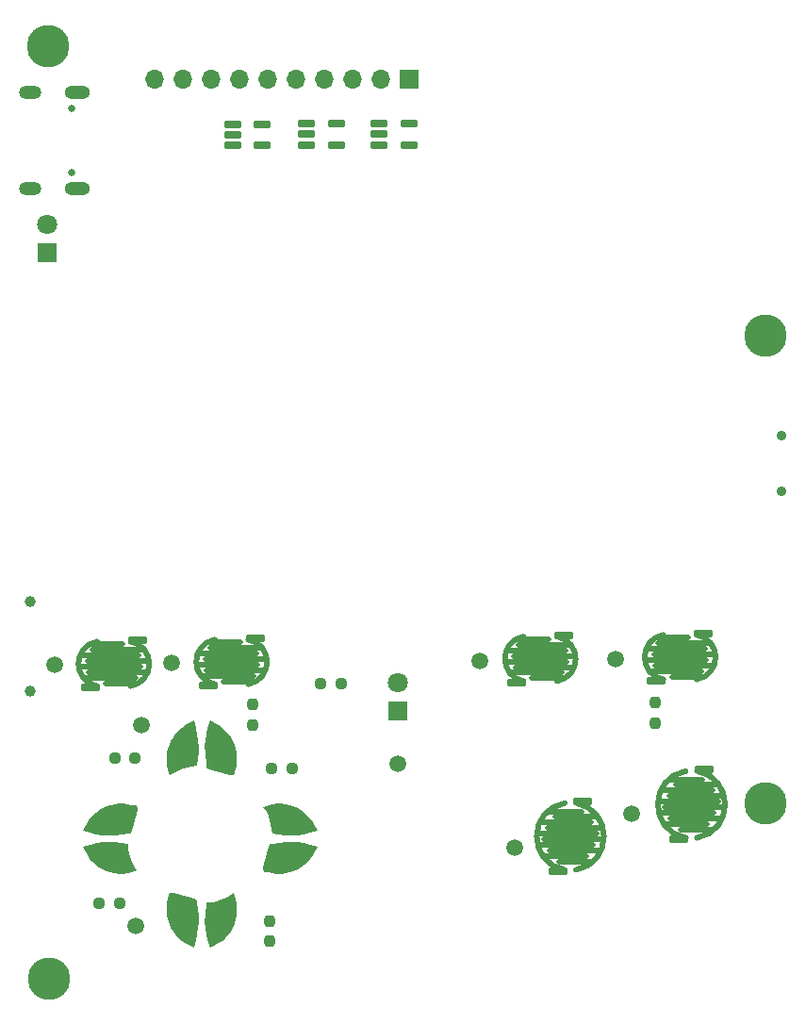
<source format=gbr>
%TF.GenerationSoftware,KiCad,Pcbnew,8.0.7*%
%TF.CreationDate,2025-01-02T12:18:17+01:00*%
%TF.ProjectId,redroid_go,72656472-6f69-4645-9f67-6f2e6b696361,rev?*%
%TF.SameCoordinates,Original*%
%TF.FileFunction,Soldermask,Top*%
%TF.FilePolarity,Negative*%
%FSLAX46Y46*%
G04 Gerber Fmt 4.6, Leading zero omitted, Abs format (unit mm)*
G04 Created by KiCad (PCBNEW 8.0.7) date 2025-01-02 12:18:17*
%MOMM*%
%LPD*%
G01*
G04 APERTURE LIST*
G04 Aperture macros list*
%AMRoundRect*
0 Rectangle with rounded corners*
0 $1 Rounding radius*
0 $2 $3 $4 $5 $6 $7 $8 $9 X,Y pos of 4 corners*
0 Add a 4 corners polygon primitive as box body*
4,1,4,$2,$3,$4,$5,$6,$7,$8,$9,$2,$3,0*
0 Add four circle primitives for the rounded corners*
1,1,$1+$1,$2,$3*
1,1,$1+$1,$4,$5*
1,1,$1+$1,$6,$7*
1,1,$1+$1,$8,$9*
0 Add four rect primitives between the rounded corners*
20,1,$1+$1,$2,$3,$4,$5,0*
20,1,$1+$1,$4,$5,$6,$7,0*
20,1,$1+$1,$6,$7,$8,$9,0*
20,1,$1+$1,$8,$9,$2,$3,0*%
G04 Aperture macros list end*
%ADD10C,0.000000*%
%ADD11C,0.508000*%
%ADD12RoundRect,0.351600X-0.258809X-0.965928X0.258829X0.965923X0.258809X0.965928X-0.258829X-0.965923X0*%
%ADD13RoundRect,0.351600X-0.258829X0.965923X0.258809X-0.965928X0.258829X-0.965923X-0.258809X0.965928X0*%
%ADD14RoundRect,0.351600X0.965923X0.258829X-0.965928X-0.258809X-0.965923X-0.258829X0.965928X0.258809X0*%
%ADD15RoundRect,0.351600X-0.965928X0.258809X0.965923X-0.258829X0.965928X-0.258809X-0.965923X0.258829X0*%
%ADD16C,1.500000*%
%ADD17C,3.800000*%
%ADD18R,1.700000X1.700000*%
%ADD19O,1.700000X1.700000*%
%ADD20RoundRect,0.351600X0.965928X-0.258809X-0.965923X0.258829X-0.965928X0.258809X0.965923X-0.258829X0*%
%ADD21RoundRect,0.351600X-0.965923X-0.258829X0.965928X0.258809X0.965923X0.258829X-0.965928X-0.258809X0*%
%ADD22RoundRect,0.177800X-0.673800X-0.177800X0.673800X-0.177800X0.673800X0.177800X-0.673800X0.177800X0*%
%ADD23RoundRect,0.177800X0.673800X0.177800X-0.673800X0.177800X-0.673800X-0.177800X0.673800X-0.177800X0*%
%ADD24RoundRect,0.237500X-0.237500X0.250000X-0.237500X-0.250000X0.237500X-0.250000X0.237500X0.250000X0*%
%ADD25R,1.800000X1.800000*%
%ADD26C,1.800000*%
%ADD27RoundRect,0.351600X0.258809X0.965928X-0.258829X-0.965923X-0.258809X-0.965928X0.258829X0.965923X0*%
%ADD28RoundRect,0.351600X0.258829X-0.965923X-0.258809X0.965928X-0.258829X0.965923X0.258809X-0.965928X0*%
%ADD29RoundRect,0.237500X-0.250000X-0.237500X0.250000X-0.237500X0.250000X0.237500X-0.250000X0.237500X0*%
%ADD30RoundRect,0.162500X-0.617500X-0.162500X0.617500X-0.162500X0.617500X0.162500X-0.617500X0.162500X0*%
%ADD31RoundRect,0.237500X0.237500X-0.250000X0.237500X0.250000X-0.237500X0.250000X-0.237500X-0.250000X0*%
%ADD32RoundRect,0.237500X0.250000X0.237500X-0.250000X0.237500X-0.250000X-0.237500X0.250000X-0.237500X0*%
%ADD33C,0.650000*%
%ADD34O,2.304000X1.204000*%
%ADD35O,2.004000X1.204000*%
%ADD36C,0.900000*%
%ADD37C,1.000000*%
G04 APERTURE END LIST*
D10*
%TO.C,SW3*%
G36*
X137580878Y-117992691D02*
G01*
X138765843Y-118136092D01*
X138817075Y-118628918D01*
X138890793Y-119010482D01*
X138997489Y-119384174D01*
X139136343Y-119747130D01*
X139306308Y-120096616D01*
X139590859Y-120571412D01*
X139086431Y-120735676D01*
X138716949Y-120814465D01*
X138341254Y-120854201D01*
X137963465Y-120854448D01*
X137587720Y-120815205D01*
X137218134Y-120736899D01*
X136858760Y-120620391D01*
X136513531Y-120466957D01*
X136186232Y-120278276D01*
X135880448Y-120056417D01*
X135599531Y-119803811D01*
X135346557Y-119523224D01*
X135122333Y-119215031D01*
X134717631Y-118422041D01*
X135388256Y-118221211D01*
X135927861Y-118102714D01*
X136474814Y-118024873D01*
X137026054Y-117988124D01*
X137580878Y-117992691D01*
G37*
G36*
X138341254Y-114545799D02*
G01*
X138716949Y-114585535D01*
X139086431Y-114664324D01*
X139590859Y-114828588D01*
X139306308Y-115303384D01*
X139136343Y-115652870D01*
X138997489Y-116015826D01*
X138890793Y-116389518D01*
X138817075Y-116771082D01*
X138765843Y-117263908D01*
X137580878Y-117407309D01*
X137026054Y-117411876D01*
X136474814Y-117375127D01*
X135927861Y-117297286D01*
X135388256Y-117178789D01*
X134717631Y-116977959D01*
X135122333Y-116184969D01*
X135346557Y-115876776D01*
X135599531Y-115596189D01*
X135880448Y-115343583D01*
X136186232Y-115121724D01*
X136513531Y-114933043D01*
X136858760Y-114779609D01*
X137218134Y-114663101D01*
X137587720Y-114584795D01*
X137963465Y-114545552D01*
X138341254Y-114545799D01*
G37*
%TO.C,SW1*%
G36*
X146915031Y-107522333D02*
G01*
X147223224Y-107746557D01*
X147503811Y-107999531D01*
X147756417Y-108280448D01*
X147978276Y-108586232D01*
X148166957Y-108913531D01*
X148320391Y-109258760D01*
X148436899Y-109618134D01*
X148515205Y-109987720D01*
X148554448Y-110363465D01*
X148554201Y-110741254D01*
X148514465Y-111116949D01*
X148435676Y-111486431D01*
X148271412Y-111990859D01*
X147796616Y-111706308D01*
X147447130Y-111536343D01*
X147084174Y-111397489D01*
X146710482Y-111290793D01*
X146328918Y-111217075D01*
X145836092Y-111165843D01*
X145692691Y-109980878D01*
X145688124Y-109426054D01*
X145724873Y-108874814D01*
X145802714Y-108327861D01*
X145921211Y-107788256D01*
X146122041Y-107117631D01*
X146915031Y-107522333D01*
G37*
G36*
X144878789Y-107788256D02*
G01*
X144997286Y-108327861D01*
X145075127Y-108874814D01*
X145111876Y-109426054D01*
X145107309Y-109980878D01*
X144963908Y-111165843D01*
X144471082Y-111217075D01*
X144089518Y-111290793D01*
X143715826Y-111397489D01*
X143352870Y-111536343D01*
X143003384Y-111706308D01*
X142528588Y-111990859D01*
X142364324Y-111486431D01*
X142285535Y-111116949D01*
X142245799Y-110741254D01*
X142245552Y-110363465D01*
X142284795Y-109987720D01*
X142363101Y-109618134D01*
X142479609Y-109258760D01*
X142633043Y-108913531D01*
X142821724Y-108586232D01*
X143043583Y-108280448D01*
X143296189Y-107999531D01*
X143576776Y-107746557D01*
X143884969Y-107522333D01*
X144677959Y-107117631D01*
X144878789Y-107788256D01*
G37*
%TO.C,SW2*%
G36*
X143003384Y-122893692D02*
G01*
X143352870Y-123063657D01*
X143715826Y-123202511D01*
X144089518Y-123309207D01*
X144471082Y-123382925D01*
X144963908Y-123434157D01*
X145107309Y-124619122D01*
X145111876Y-125173946D01*
X145075127Y-125725186D01*
X144997286Y-126272139D01*
X144878789Y-126811744D01*
X144677959Y-127482369D01*
X143884969Y-127077667D01*
X143576776Y-126853443D01*
X143296189Y-126600469D01*
X143043583Y-126319552D01*
X142821724Y-126013768D01*
X142633043Y-125686469D01*
X142479609Y-125341240D01*
X142363101Y-124981866D01*
X142284795Y-124612280D01*
X142245552Y-124236535D01*
X142245799Y-123858746D01*
X142285535Y-123483051D01*
X142364324Y-123113569D01*
X142528588Y-122609141D01*
X143003384Y-122893692D01*
G37*
G36*
X148435676Y-123113569D02*
G01*
X148514465Y-123483051D01*
X148554201Y-123858746D01*
X148554448Y-124236535D01*
X148515205Y-124612280D01*
X148436899Y-124981866D01*
X148320391Y-125341240D01*
X148166957Y-125686469D01*
X147978276Y-126013768D01*
X147756417Y-126319552D01*
X147503811Y-126600469D01*
X147223224Y-126853443D01*
X146915031Y-127077667D01*
X146122041Y-127482369D01*
X145921211Y-126811744D01*
X145802714Y-126272139D01*
X145724873Y-125725186D01*
X145688124Y-125173946D01*
X145692691Y-124619122D01*
X145836092Y-123434157D01*
X146328918Y-123382925D01*
X146710482Y-123309207D01*
X147084174Y-123202511D01*
X147447130Y-123063657D01*
X147796616Y-122893692D01*
X148271412Y-122609141D01*
X148435676Y-123113569D01*
G37*
D11*
%TO.C,SW8*%
X189100000Y-99650000D02*
X186200000Y-99650000D01*
X190300000Y-102650000D02*
X185600000Y-102650000D01*
X190500000Y-103150000D02*
X187600000Y-103150000D01*
X190600000Y-100650000D02*
X185400000Y-100650000D01*
X190700000Y-101650000D02*
X185300000Y-101650000D01*
X191100000Y-100150000D02*
X186400000Y-100150000D01*
X191300000Y-102150000D02*
X186100000Y-102150000D01*
X191500000Y-101150000D02*
X186000000Y-101150000D01*
X186850000Y-103400000D02*
G75*
G02*
X186850000Y-99400000I352654J2000000D01*
G01*
X189850000Y-99400000D02*
G75*
G02*
X189850000Y-103400000I-352654J-2000000D01*
G01*
%TO.C,SW9*%
X175500000Y-117250000D02*
X180900000Y-117250000D01*
X176100000Y-119250000D02*
X179900000Y-119250000D01*
X176500000Y-116750000D02*
X181400000Y-116750000D01*
X176600000Y-118750000D02*
X181200000Y-118750000D01*
X177500000Y-119750000D02*
X180500000Y-119750000D01*
X179500000Y-115250000D02*
X176500000Y-115250000D01*
X180400000Y-116250000D02*
X175800000Y-116250000D01*
X180500000Y-118250000D02*
X175600000Y-118250000D01*
X180900000Y-115750000D02*
X177100000Y-115750000D01*
X181500000Y-117750000D02*
X176100000Y-117750000D01*
X178000000Y-120500000D02*
G75*
G02*
X177999998Y-114500000I528980J3000000D01*
G01*
X179000000Y-114500000D02*
G75*
G02*
X179000002Y-120500000I-528980J-3000000D01*
G01*
%TO.C,SW7*%
X176550000Y-99800000D02*
X173650000Y-99800000D01*
X177750000Y-102800000D02*
X173050000Y-102800000D01*
X177950000Y-103300000D02*
X175050000Y-103300000D01*
X178050000Y-100800000D02*
X172850000Y-100800000D01*
X178150000Y-101800000D02*
X172750000Y-101800000D01*
X178550000Y-100300000D02*
X173850000Y-100300000D01*
X178750000Y-102300000D02*
X173550000Y-102300000D01*
X178950000Y-101300000D02*
X173450000Y-101300000D01*
X174300000Y-103550000D02*
G75*
G02*
X174300000Y-99550000I352654J2000000D01*
G01*
X177300000Y-99550000D02*
G75*
G02*
X177300000Y-103550000I-352654J-2000000D01*
G01*
D10*
%TO.C,SW4*%
G36*
X154025186Y-118024873D02*
G01*
X154572139Y-118102714D01*
X155111744Y-118221211D01*
X155782369Y-118422041D01*
X155377667Y-119215031D01*
X155153443Y-119523224D01*
X154900469Y-119803811D01*
X154619552Y-120056417D01*
X154313768Y-120278276D01*
X153986469Y-120466957D01*
X153641240Y-120620391D01*
X153281866Y-120736899D01*
X152912280Y-120815205D01*
X152536535Y-120854448D01*
X152158746Y-120854201D01*
X151783051Y-120814465D01*
X151413569Y-120735676D01*
X150909141Y-120571412D01*
X151193692Y-120096616D01*
X151363657Y-119747130D01*
X151502511Y-119384174D01*
X151609207Y-119010482D01*
X151682925Y-118628918D01*
X151734157Y-118136092D01*
X152919122Y-117992691D01*
X153473946Y-117988124D01*
X154025186Y-118024873D01*
G37*
G36*
X152912280Y-114584795D02*
G01*
X153281866Y-114663101D01*
X153641240Y-114779609D01*
X153986469Y-114933043D01*
X154313768Y-115121724D01*
X154619552Y-115343583D01*
X154900469Y-115596189D01*
X155153443Y-115876776D01*
X155377667Y-116184969D01*
X155782369Y-116977959D01*
X155111744Y-117178789D01*
X154572139Y-117297286D01*
X154025186Y-117375127D01*
X153473946Y-117411876D01*
X152919122Y-117407309D01*
X151734157Y-117263908D01*
X151682925Y-116771082D01*
X151609207Y-116389518D01*
X151502511Y-116015826D01*
X151363657Y-115652870D01*
X151193692Y-115303384D01*
X150909141Y-114828588D01*
X151413569Y-114664324D01*
X151783051Y-114585535D01*
X152158746Y-114545799D01*
X152536535Y-114545552D01*
X152912280Y-114584795D01*
G37*
D11*
%TO.C,SW5*%
X138250000Y-100250000D02*
X135350000Y-100250000D01*
X139450000Y-103250000D02*
X134750000Y-103250000D01*
X139650000Y-103750000D02*
X136750000Y-103750000D01*
X139750000Y-101250000D02*
X134550000Y-101250000D01*
X139850000Y-102250000D02*
X134450000Y-102250000D01*
X140250000Y-100750000D02*
X135550000Y-100750000D01*
X140450000Y-102750000D02*
X135250000Y-102750000D01*
X140650000Y-101750000D02*
X135150000Y-101750000D01*
X136000000Y-104000000D02*
G75*
G02*
X136000000Y-100000000I352654J2000000D01*
G01*
X139000000Y-100000000D02*
G75*
G02*
X139000000Y-104000000I-352654J-2000000D01*
G01*
%TO.C,SW10*%
X186375000Y-114375000D02*
X191775000Y-114375000D01*
X186975000Y-116375000D02*
X190775000Y-116375000D01*
X187375000Y-113875000D02*
X192275000Y-113875000D01*
X187475000Y-115875000D02*
X192075000Y-115875000D01*
X188375000Y-116875000D02*
X191375000Y-116875000D01*
X190375000Y-112375000D02*
X187375000Y-112375000D01*
X191275000Y-113375000D02*
X186675000Y-113375000D01*
X191375000Y-115375000D02*
X186475000Y-115375000D01*
X191775000Y-112875000D02*
X187975000Y-112875000D01*
X192375000Y-114875000D02*
X186975000Y-114875000D01*
X188875000Y-117625000D02*
G75*
G02*
X188874998Y-111625000I528980J3000000D01*
G01*
X189875000Y-111625000D02*
G75*
G02*
X189875002Y-117625000I-528980J-3000000D01*
G01*
%TO.C,SW6*%
X148825000Y-100075000D02*
X145925000Y-100075000D01*
X150025000Y-103075000D02*
X145325000Y-103075000D01*
X150225000Y-103575000D02*
X147325000Y-103575000D01*
X150325000Y-101075000D02*
X145125000Y-101075000D01*
X150425000Y-102075000D02*
X145025000Y-102075000D01*
X150825000Y-100575000D02*
X146125000Y-100575000D01*
X151025000Y-102575000D02*
X145825000Y-102575000D01*
X151225000Y-101575000D02*
X145725000Y-101575000D01*
X146575000Y-103825000D02*
G75*
G02*
X146575000Y-99825000I352654J2000000D01*
G01*
X149575000Y-99825000D02*
G75*
G02*
X149575000Y-103825000I-352654J-2000000D01*
G01*
%TD*%
D12*
%TO.C,SW3*%
X139000000Y-116000000D03*
D13*
X138000000Y-119400000D03*
%TD*%
D14*
%TO.C,SW1*%
X143700000Y-110400000D03*
D15*
X147100000Y-111400000D03*
%TD*%
D16*
%TO.C,TP12*%
X163000000Y-111000000D03*
%TD*%
D17*
%TO.C,H4*%
X196050000Y-72500000D03*
%TD*%
%TO.C,H3*%
X131650000Y-130250000D03*
%TD*%
%TO.C,H2*%
X131550000Y-46500000D03*
%TD*%
%TO.C,H1*%
X196000000Y-114500000D03*
%TD*%
D18*
%TO.C,J4*%
X164000000Y-49500000D03*
D19*
X161460000Y-49500000D03*
X158920000Y-49500000D03*
X156380000Y-49500000D03*
X153840000Y-49500000D03*
X151300000Y-49500000D03*
X148760000Y-49500000D03*
X146220000Y-49500000D03*
X143680000Y-49500000D03*
X141140000Y-49500000D03*
%TD*%
D20*
%TO.C,SW2*%
X143700000Y-123200000D03*
D21*
X147100000Y-124200000D03*
%TD*%
D22*
%TO.C,SW8*%
X190475000Y-99275000D03*
D23*
X186225000Y-103525000D03*
%TD*%
D24*
%TO.C,R15*%
X186100000Y-105487500D03*
X186100000Y-107312500D03*
%TD*%
D22*
%TO.C,SW9*%
X179625000Y-114375000D03*
D23*
X177375000Y-120625000D03*
%TD*%
D22*
%TO.C,SW7*%
X177925000Y-99425000D03*
D23*
X173675000Y-103675000D03*
%TD*%
D16*
%TO.C,TP9*%
X173500000Y-118500000D03*
%TD*%
D25*
%TO.C,D3*%
X163000000Y-106270000D03*
D26*
X163000000Y-103730000D03*
%TD*%
D16*
%TO.C,TP8*%
X182550000Y-101550000D03*
%TD*%
D27*
%TO.C,SW4*%
X151500000Y-119400000D03*
D28*
X152500000Y-116000000D03*
%TD*%
D22*
%TO.C,SW5*%
X139625000Y-99875000D03*
D23*
X135375000Y-104125000D03*
%TD*%
D29*
%TO.C,R13*%
X137587500Y-110500000D03*
X139412500Y-110500000D03*
%TD*%
D22*
%TO.C,SW10*%
X190500000Y-111500000D03*
D23*
X188250000Y-117750000D03*
%TD*%
D16*
%TO.C,TP5*%
X140000000Y-107500000D03*
%TD*%
%TO.C,TP6*%
X139500000Y-125500000D03*
%TD*%
D22*
%TO.C,SW6*%
X150200000Y-99700000D03*
D23*
X145950000Y-103950000D03*
%TD*%
D30*
%TO.C,U9*%
X148150000Y-53550000D03*
X148150000Y-54500000D03*
X148150000Y-55450000D03*
X150850000Y-55450000D03*
X150850000Y-53550000D03*
%TD*%
D29*
%TO.C,R11*%
X151675000Y-111412500D03*
X153500000Y-111412500D03*
%TD*%
D31*
%TO.C,R12*%
X151500000Y-126912500D03*
X151500000Y-125087500D03*
%TD*%
D25*
%TO.C,D2*%
X131500000Y-65040000D03*
D26*
X131500000Y-62500000D03*
%TD*%
D24*
%TO.C,R16*%
X150000000Y-105675000D03*
X150000000Y-107500000D03*
%TD*%
D29*
%TO.C,R14*%
X136175000Y-123500000D03*
X138000000Y-123500000D03*
%TD*%
D16*
%TO.C,TP7*%
X170350000Y-101750000D03*
%TD*%
%TO.C,TP10*%
X184000000Y-115500000D03*
%TD*%
D30*
%TO.C,U8*%
X154800000Y-53500000D03*
X154800000Y-54450000D03*
X154800000Y-55400000D03*
X157500000Y-55400000D03*
X157500000Y-53500000D03*
%TD*%
%TO.C,U7*%
X161300000Y-53500000D03*
X161300000Y-54450000D03*
X161300000Y-55400000D03*
X164000000Y-55400000D03*
X164000000Y-53500000D03*
%TD*%
D32*
%TO.C,R18*%
X157912500Y-103750000D03*
X156087500Y-103750000D03*
%TD*%
D16*
%TO.C,TP3*%
X132150000Y-102100000D03*
%TD*%
%TO.C,TP4*%
X142650000Y-101950000D03*
%TD*%
D33*
%TO.C,J1*%
X133680000Y-57890000D03*
X133680000Y-52110000D03*
D34*
X134180000Y-59320000D03*
X134180000Y-50680000D03*
D35*
X130000000Y-59320000D03*
X130000000Y-50680000D03*
%TD*%
D36*
%TO.C,SW11*%
X197500000Y-81500000D03*
X197500000Y-86500000D03*
%TD*%
D37*
%TO.C,U6*%
X129950000Y-104450000D03*
X129950000Y-96450000D03*
%TD*%
M02*

</source>
